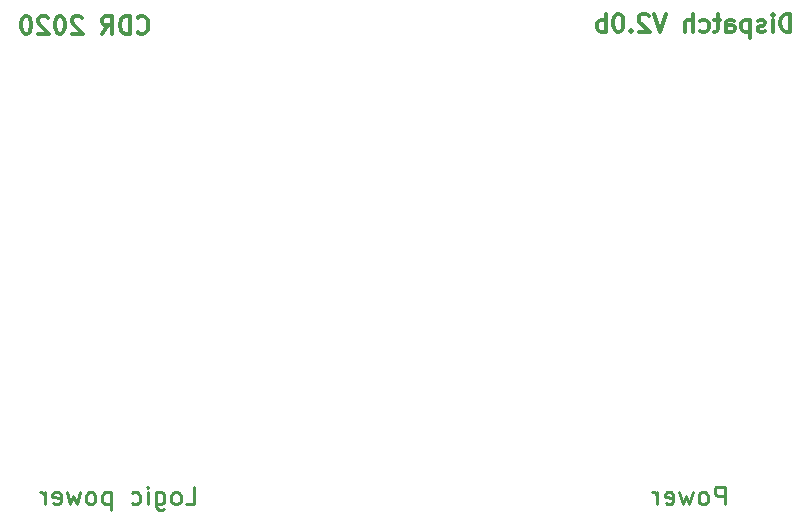
<source format=gbr>
G04 #@! TF.GenerationSoftware,KiCad,Pcbnew,5.1.5-52549c5~84~ubuntu18.04.1*
G04 #@! TF.CreationDate,2020-03-04T17:14:33+01:00*
G04 #@! TF.ProjectId,hub_usb_dispatch,6875625f-7573-4625-9f64-697370617463,rev?*
G04 #@! TF.SameCoordinates,Original*
G04 #@! TF.FileFunction,Legend,Bot*
G04 #@! TF.FilePolarity,Positive*
%FSLAX46Y46*%
G04 Gerber Fmt 4.6, Leading zero omitted, Abs format (unit mm)*
G04 Created by KiCad (PCBNEW 5.1.5-52549c5~84~ubuntu18.04.1) date 2020-03-04 17:14:33*
%MOMM*%
%LPD*%
G04 APERTURE LIST*
%ADD10C,0.225000*%
%ADD11C,0.300000*%
G04 APERTURE END LIST*
D10*
X121366385Y-92937671D02*
X121366385Y-91437671D01*
X120794957Y-91437671D01*
X120652100Y-91509100D01*
X120580671Y-91580528D01*
X120509242Y-91723385D01*
X120509242Y-91937671D01*
X120580671Y-92080528D01*
X120652100Y-92151957D01*
X120794957Y-92223385D01*
X121366385Y-92223385D01*
X119652100Y-92937671D02*
X119794957Y-92866242D01*
X119866385Y-92794814D01*
X119937814Y-92651957D01*
X119937814Y-92223385D01*
X119866385Y-92080528D01*
X119794957Y-92009100D01*
X119652100Y-91937671D01*
X119437814Y-91937671D01*
X119294957Y-92009100D01*
X119223528Y-92080528D01*
X119152100Y-92223385D01*
X119152100Y-92651957D01*
X119223528Y-92794814D01*
X119294957Y-92866242D01*
X119437814Y-92937671D01*
X119652100Y-92937671D01*
X118652100Y-91937671D02*
X118366385Y-92937671D01*
X118080671Y-92223385D01*
X117794957Y-92937671D01*
X117509242Y-91937671D01*
X116366385Y-92866242D02*
X116509242Y-92937671D01*
X116794957Y-92937671D01*
X116937814Y-92866242D01*
X117009242Y-92723385D01*
X117009242Y-92151957D01*
X116937814Y-92009100D01*
X116794957Y-91937671D01*
X116509242Y-91937671D01*
X116366385Y-92009100D01*
X116294957Y-92151957D01*
X116294957Y-92294814D01*
X117009242Y-92437671D01*
X115652100Y-92937671D02*
X115652100Y-91937671D01*
X115652100Y-92223385D02*
X115580671Y-92080528D01*
X115509242Y-92009100D01*
X115366385Y-91937671D01*
X115223528Y-91937671D01*
X75716685Y-92937671D02*
X76430971Y-92937671D01*
X76430971Y-91437671D01*
X75002400Y-92937671D02*
X75145257Y-92866242D01*
X75216685Y-92794814D01*
X75288114Y-92651957D01*
X75288114Y-92223385D01*
X75216685Y-92080528D01*
X75145257Y-92009100D01*
X75002400Y-91937671D01*
X74788114Y-91937671D01*
X74645257Y-92009100D01*
X74573828Y-92080528D01*
X74502400Y-92223385D01*
X74502400Y-92651957D01*
X74573828Y-92794814D01*
X74645257Y-92866242D01*
X74788114Y-92937671D01*
X75002400Y-92937671D01*
X73216685Y-91937671D02*
X73216685Y-93151957D01*
X73288114Y-93294814D01*
X73359542Y-93366242D01*
X73502400Y-93437671D01*
X73716685Y-93437671D01*
X73859542Y-93366242D01*
X73216685Y-92866242D02*
X73359542Y-92937671D01*
X73645257Y-92937671D01*
X73788114Y-92866242D01*
X73859542Y-92794814D01*
X73930971Y-92651957D01*
X73930971Y-92223385D01*
X73859542Y-92080528D01*
X73788114Y-92009100D01*
X73645257Y-91937671D01*
X73359542Y-91937671D01*
X73216685Y-92009100D01*
X72502400Y-92937671D02*
X72502400Y-91937671D01*
X72502400Y-91437671D02*
X72573828Y-91509100D01*
X72502400Y-91580528D01*
X72430971Y-91509100D01*
X72502400Y-91437671D01*
X72502400Y-91580528D01*
X71145257Y-92866242D02*
X71288114Y-92937671D01*
X71573828Y-92937671D01*
X71716685Y-92866242D01*
X71788114Y-92794814D01*
X71859542Y-92651957D01*
X71859542Y-92223385D01*
X71788114Y-92080528D01*
X71716685Y-92009100D01*
X71573828Y-91937671D01*
X71288114Y-91937671D01*
X71145257Y-92009100D01*
X69359542Y-91937671D02*
X69359542Y-93437671D01*
X69359542Y-92009100D02*
X69216685Y-91937671D01*
X68930971Y-91937671D01*
X68788114Y-92009100D01*
X68716685Y-92080528D01*
X68645257Y-92223385D01*
X68645257Y-92651957D01*
X68716685Y-92794814D01*
X68788114Y-92866242D01*
X68930971Y-92937671D01*
X69216685Y-92937671D01*
X69359542Y-92866242D01*
X67788114Y-92937671D02*
X67930971Y-92866242D01*
X68002400Y-92794814D01*
X68073828Y-92651957D01*
X68073828Y-92223385D01*
X68002400Y-92080528D01*
X67930971Y-92009100D01*
X67788114Y-91937671D01*
X67573828Y-91937671D01*
X67430971Y-92009100D01*
X67359542Y-92080528D01*
X67288114Y-92223385D01*
X67288114Y-92651957D01*
X67359542Y-92794814D01*
X67430971Y-92866242D01*
X67573828Y-92937671D01*
X67788114Y-92937671D01*
X66788114Y-91937671D02*
X66502400Y-92937671D01*
X66216685Y-92223385D01*
X65930971Y-92937671D01*
X65645257Y-91937671D01*
X64502400Y-92866242D02*
X64645257Y-92937671D01*
X64930971Y-92937671D01*
X65073828Y-92866242D01*
X65145257Y-92723385D01*
X65145257Y-92151957D01*
X65073828Y-92009100D01*
X64930971Y-91937671D01*
X64645257Y-91937671D01*
X64502400Y-92009100D01*
X64430971Y-92151957D01*
X64430971Y-92294814D01*
X65145257Y-92437671D01*
X63788114Y-92937671D02*
X63788114Y-91937671D01*
X63788114Y-92223385D02*
X63716685Y-92080528D01*
X63645257Y-92009100D01*
X63502400Y-91937671D01*
X63359542Y-91937671D01*
D11*
X126925957Y-52926371D02*
X126925957Y-51426371D01*
X126568814Y-51426371D01*
X126354528Y-51497800D01*
X126211671Y-51640657D01*
X126140242Y-51783514D01*
X126068814Y-52069228D01*
X126068814Y-52283514D01*
X126140242Y-52569228D01*
X126211671Y-52712085D01*
X126354528Y-52854942D01*
X126568814Y-52926371D01*
X126925957Y-52926371D01*
X125425957Y-52926371D02*
X125425957Y-51926371D01*
X125425957Y-51426371D02*
X125497385Y-51497800D01*
X125425957Y-51569228D01*
X125354528Y-51497800D01*
X125425957Y-51426371D01*
X125425957Y-51569228D01*
X124783100Y-52854942D02*
X124640242Y-52926371D01*
X124354528Y-52926371D01*
X124211671Y-52854942D01*
X124140242Y-52712085D01*
X124140242Y-52640657D01*
X124211671Y-52497800D01*
X124354528Y-52426371D01*
X124568814Y-52426371D01*
X124711671Y-52354942D01*
X124783100Y-52212085D01*
X124783100Y-52140657D01*
X124711671Y-51997800D01*
X124568814Y-51926371D01*
X124354528Y-51926371D01*
X124211671Y-51997800D01*
X123497385Y-51926371D02*
X123497385Y-53426371D01*
X123497385Y-51997800D02*
X123354528Y-51926371D01*
X123068814Y-51926371D01*
X122925957Y-51997800D01*
X122854528Y-52069228D01*
X122783100Y-52212085D01*
X122783100Y-52640657D01*
X122854528Y-52783514D01*
X122925957Y-52854942D01*
X123068814Y-52926371D01*
X123354528Y-52926371D01*
X123497385Y-52854942D01*
X121497385Y-52926371D02*
X121497385Y-52140657D01*
X121568814Y-51997800D01*
X121711671Y-51926371D01*
X121997385Y-51926371D01*
X122140242Y-51997800D01*
X121497385Y-52854942D02*
X121640242Y-52926371D01*
X121997385Y-52926371D01*
X122140242Y-52854942D01*
X122211671Y-52712085D01*
X122211671Y-52569228D01*
X122140242Y-52426371D01*
X121997385Y-52354942D01*
X121640242Y-52354942D01*
X121497385Y-52283514D01*
X120997385Y-51926371D02*
X120425957Y-51926371D01*
X120783100Y-51426371D02*
X120783100Y-52712085D01*
X120711671Y-52854942D01*
X120568814Y-52926371D01*
X120425957Y-52926371D01*
X119283100Y-52854942D02*
X119425957Y-52926371D01*
X119711671Y-52926371D01*
X119854528Y-52854942D01*
X119925957Y-52783514D01*
X119997385Y-52640657D01*
X119997385Y-52212085D01*
X119925957Y-52069228D01*
X119854528Y-51997800D01*
X119711671Y-51926371D01*
X119425957Y-51926371D01*
X119283100Y-51997800D01*
X118640242Y-52926371D02*
X118640242Y-51426371D01*
X117997385Y-52926371D02*
X117997385Y-52140657D01*
X118068814Y-51997800D01*
X118211671Y-51926371D01*
X118425957Y-51926371D01*
X118568814Y-51997800D01*
X118640242Y-52069228D01*
X116354528Y-51426371D02*
X115854528Y-52926371D01*
X115354528Y-51426371D01*
X114925957Y-51569228D02*
X114854528Y-51497800D01*
X114711671Y-51426371D01*
X114354528Y-51426371D01*
X114211671Y-51497800D01*
X114140242Y-51569228D01*
X114068814Y-51712085D01*
X114068814Y-51854942D01*
X114140242Y-52069228D01*
X114997385Y-52926371D01*
X114068814Y-52926371D01*
X113425957Y-52783514D02*
X113354528Y-52854942D01*
X113425957Y-52926371D01*
X113497385Y-52854942D01*
X113425957Y-52783514D01*
X113425957Y-52926371D01*
X112425957Y-51426371D02*
X112283100Y-51426371D01*
X112140242Y-51497800D01*
X112068814Y-51569228D01*
X111997385Y-51712085D01*
X111925957Y-51997800D01*
X111925957Y-52354942D01*
X111997385Y-52640657D01*
X112068814Y-52783514D01*
X112140242Y-52854942D01*
X112283100Y-52926371D01*
X112425957Y-52926371D01*
X112568814Y-52854942D01*
X112640242Y-52783514D01*
X112711671Y-52640657D01*
X112783100Y-52354942D01*
X112783100Y-51997800D01*
X112711671Y-51712085D01*
X112640242Y-51569228D01*
X112568814Y-51497800D01*
X112425957Y-51426371D01*
X111283100Y-52926371D02*
X111283100Y-51426371D01*
X111283100Y-51997800D02*
X111140242Y-51926371D01*
X110854528Y-51926371D01*
X110711671Y-51997800D01*
X110640242Y-52069228D01*
X110568814Y-52212085D01*
X110568814Y-52640657D01*
X110640242Y-52783514D01*
X110711671Y-52854942D01*
X110854528Y-52926371D01*
X111140242Y-52926371D01*
X111283100Y-52854942D01*
X71647285Y-52961314D02*
X71718714Y-53032742D01*
X71933000Y-53104171D01*
X72075857Y-53104171D01*
X72290142Y-53032742D01*
X72433000Y-52889885D01*
X72504428Y-52747028D01*
X72575857Y-52461314D01*
X72575857Y-52247028D01*
X72504428Y-51961314D01*
X72433000Y-51818457D01*
X72290142Y-51675600D01*
X72075857Y-51604171D01*
X71933000Y-51604171D01*
X71718714Y-51675600D01*
X71647285Y-51747028D01*
X71004428Y-53104171D02*
X71004428Y-51604171D01*
X70647285Y-51604171D01*
X70433000Y-51675600D01*
X70290142Y-51818457D01*
X70218714Y-51961314D01*
X70147285Y-52247028D01*
X70147285Y-52461314D01*
X70218714Y-52747028D01*
X70290142Y-52889885D01*
X70433000Y-53032742D01*
X70647285Y-53104171D01*
X71004428Y-53104171D01*
X68647285Y-53104171D02*
X69147285Y-52389885D01*
X69504428Y-53104171D02*
X69504428Y-51604171D01*
X68933000Y-51604171D01*
X68790142Y-51675600D01*
X68718714Y-51747028D01*
X68647285Y-51889885D01*
X68647285Y-52104171D01*
X68718714Y-52247028D01*
X68790142Y-52318457D01*
X68933000Y-52389885D01*
X69504428Y-52389885D01*
X66933000Y-51747028D02*
X66861571Y-51675600D01*
X66718714Y-51604171D01*
X66361571Y-51604171D01*
X66218714Y-51675600D01*
X66147285Y-51747028D01*
X66075857Y-51889885D01*
X66075857Y-52032742D01*
X66147285Y-52247028D01*
X67004428Y-53104171D01*
X66075857Y-53104171D01*
X65147285Y-51604171D02*
X65004428Y-51604171D01*
X64861571Y-51675600D01*
X64790142Y-51747028D01*
X64718714Y-51889885D01*
X64647285Y-52175600D01*
X64647285Y-52532742D01*
X64718714Y-52818457D01*
X64790142Y-52961314D01*
X64861571Y-53032742D01*
X65004428Y-53104171D01*
X65147285Y-53104171D01*
X65290142Y-53032742D01*
X65361571Y-52961314D01*
X65433000Y-52818457D01*
X65504428Y-52532742D01*
X65504428Y-52175600D01*
X65433000Y-51889885D01*
X65361571Y-51747028D01*
X65290142Y-51675600D01*
X65147285Y-51604171D01*
X64075857Y-51747028D02*
X64004428Y-51675600D01*
X63861571Y-51604171D01*
X63504428Y-51604171D01*
X63361571Y-51675600D01*
X63290142Y-51747028D01*
X63218714Y-51889885D01*
X63218714Y-52032742D01*
X63290142Y-52247028D01*
X64147285Y-53104171D01*
X63218714Y-53104171D01*
X62290142Y-51604171D02*
X62147285Y-51604171D01*
X62004428Y-51675600D01*
X61933000Y-51747028D01*
X61861571Y-51889885D01*
X61790142Y-52175600D01*
X61790142Y-52532742D01*
X61861571Y-52818457D01*
X61933000Y-52961314D01*
X62004428Y-53032742D01*
X62147285Y-53104171D01*
X62290142Y-53104171D01*
X62433000Y-53032742D01*
X62504428Y-52961314D01*
X62575857Y-52818457D01*
X62647285Y-52532742D01*
X62647285Y-52175600D01*
X62575857Y-51889885D01*
X62504428Y-51747028D01*
X62433000Y-51675600D01*
X62290142Y-51604171D01*
M02*

</source>
